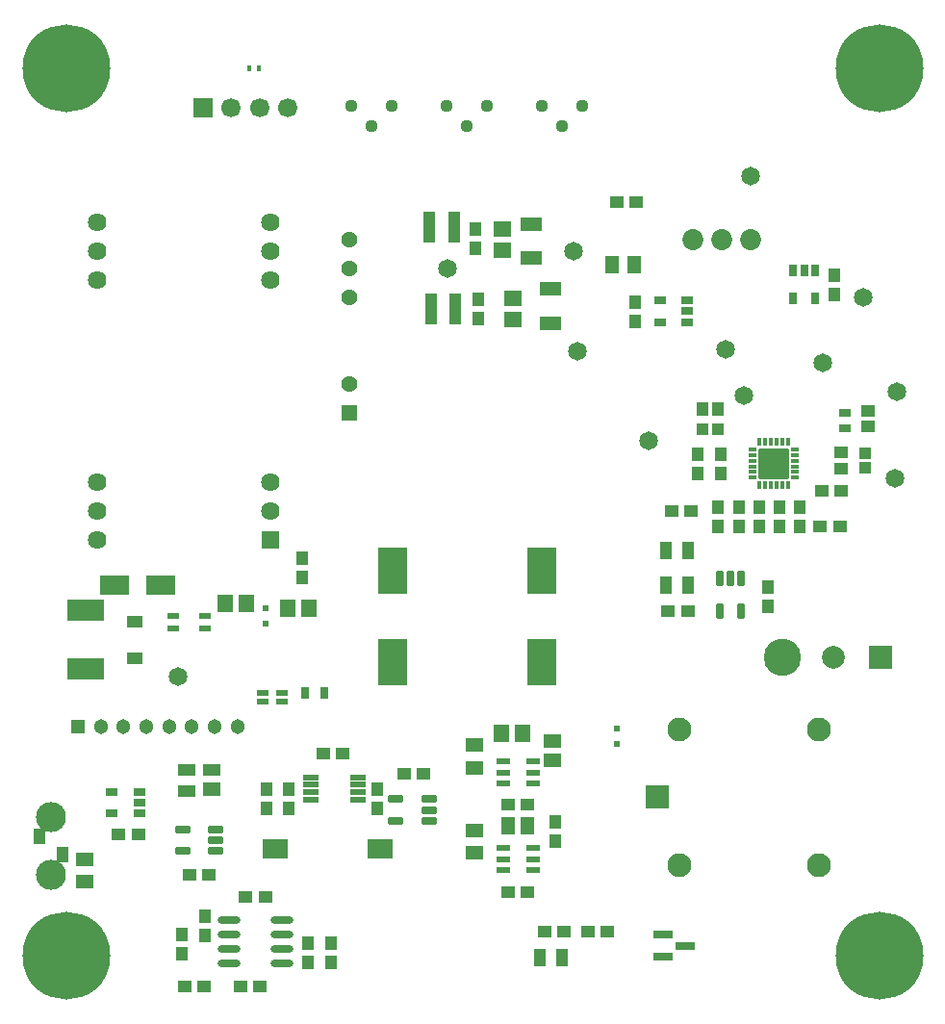
<source format=gbr>
%TF.GenerationSoftware,Altium Limited,Altium Designer,20.0.11 (256)*%
G04 Layer_Color=8388736*
%FSLAX26Y26*%
%MOIN*%
%TF.FileFunction,Soldermask,Top*%
%TF.Part,Single*%
G01*
G75*
%TA.AperFunction,SMDPad,CuDef*%
%ADD16R,0.048032X0.024409*%
%TA.AperFunction,ComponentPad*%
%ADD92C,0.051244*%
%ADD93R,0.051244X0.051244*%
%ADD94C,0.066598*%
%ADD95R,0.066598X0.066598*%
%ADD96C,0.064000*%
%ADD97R,0.064000X0.064000*%
%ADD98C,0.044000*%
%ADD99C,0.079000*%
%ADD100R,0.079000X0.079000*%
%ADD101C,0.129000*%
%ADD102C,0.304000*%
%ADD103C,0.082740*%
%ADD104R,0.082740X0.082740*%
%ADD105C,0.065024*%
%ADD106C,0.072898*%
%ADD107C,0.104000*%
%ADD108R,0.056283X0.056283*%
%ADD109C,0.056283*%
%TA.AperFunction,NonConductor*%
%ADD119R,0.040000X0.055000*%
%TA.AperFunction,SMDPad,CuDef*%
%ADD120R,0.019748X0.022898*%
%ADD121R,0.089827X0.066992*%
%ADD122R,0.090614X0.066992*%
%ADD123R,0.055181X0.063055*%
%ADD124R,0.061087X0.051244*%
G04:AMPARAMS|DCode=125|XSize=21.716mil|YSize=53.213mil|CornerRadius=3.949mil|HoleSize=0mil|Usage=FLASHONLY|Rotation=270.000|XOffset=0mil|YOffset=0mil|HoleType=Round|Shape=RoundedRectangle|*
%AMROUNDEDRECTD125*
21,1,0.021716,0.045315,0,0,270.0*
21,1,0.013819,0.053213,0,0,270.0*
1,1,0.007898,-0.022657,-0.006910*
1,1,0.007898,-0.022657,0.006910*
1,1,0.007898,0.022657,0.006910*
1,1,0.007898,0.022657,-0.006910*
%
%ADD125ROUNDEDRECTD125*%
%ADD126R,0.063055X0.055181*%
%ADD127R,0.047000X0.043000*%
%ADD128R,0.043370X0.047307*%
G04:AMPARAMS|DCode=129|XSize=13.842mil|YSize=27.622mil|CornerRadius=3.969mil|HoleSize=0mil|Usage=FLASHONLY|Rotation=180.000|XOffset=0mil|YOffset=0mil|HoleType=Round|Shape=RoundedRectangle|*
%AMROUNDEDRECTD129*
21,1,0.013842,0.019685,0,0,180.0*
21,1,0.005906,0.027622,0,0,180.0*
1,1,0.007937,-0.002953,0.009842*
1,1,0.007937,0.002953,0.009842*
1,1,0.007937,0.002953,-0.009842*
1,1,0.007937,-0.002953,-0.009842*
%
%ADD129ROUNDEDRECTD129*%
G04:AMPARAMS|DCode=130|XSize=13.842mil|YSize=27.622mil|CornerRadius=3.969mil|HoleSize=0mil|Usage=FLASHONLY|Rotation=270.000|XOffset=0mil|YOffset=0mil|HoleType=Round|Shape=RoundedRectangle|*
%AMROUNDEDRECTD130*
21,1,0.013842,0.019685,0,0,270.0*
21,1,0.005906,0.027622,0,0,270.0*
1,1,0.007937,-0.009842,-0.002953*
1,1,0.007937,-0.009842,0.002953*
1,1,0.007937,0.009842,0.002953*
1,1,0.007937,0.009842,-0.002953*
%
%ADD130ROUNDEDRECTD130*%
G04:AMPARAMS|DCode=131|XSize=106.362mil|YSize=106.362mil|CornerRadius=4.047mil|HoleSize=0mil|Usage=FLASHONLY|Rotation=180.000|XOffset=0mil|YOffset=0mil|HoleType=Round|Shape=RoundedRectangle|*
%AMROUNDEDRECTD131*
21,1,0.106362,0.098268,0,0,180.0*
21,1,0.098268,0.106362,0,0,180.0*
1,1,0.008094,-0.049134,0.049134*
1,1,0.008094,0.049134,0.049134*
1,1,0.008094,0.049134,-0.049134*
1,1,0.008094,-0.049134,-0.049134*
%
%ADD131ROUNDEDRECTD131*%
%ADD132R,0.102425X0.070929*%
%ADD133R,0.052032X0.039827*%
%ADD134R,0.128016X0.074079*%
%ADD135R,0.039433X0.019748*%
%ADD136R,0.039433X0.031559*%
%ADD137R,0.039433X0.043370*%
%ADD138R,0.074866X0.049276*%
%ADD139R,0.102425X0.161480*%
%ADD140R,0.059118X0.039433*%
%ADD141R,0.059118X0.047307*%
%ADD142R,0.043370X0.110299*%
%ADD143R,0.070929X0.027622*%
%ADD144R,0.043370X0.047307*%
%ADD145R,0.043764X0.061874*%
%ADD146R,0.016795X0.019748*%
%ADD147R,0.051244X0.061087*%
%ADD148R,0.043000X0.047000*%
%ADD149O,0.078803X0.027622*%
%ADD150R,0.031559X0.043370*%
%ADD151R,0.039433X0.019748*%
G04:AMPARAMS|DCode=152|XSize=29.591mil|YSize=51.244mil|CornerRadius=3.919mil|HoleSize=0mil|Usage=FLASHONLY|Rotation=270.000|XOffset=0mil|YOffset=0mil|HoleType=Round|Shape=RoundedRectangle|*
%AMROUNDEDRECTD152*
21,1,0.029591,0.043406,0,0,270.0*
21,1,0.021752,0.051244,0,0,270.0*
1,1,0.007839,-0.021703,-0.010876*
1,1,0.007839,-0.021703,0.010876*
1,1,0.007839,0.021703,0.010876*
1,1,0.007839,0.021703,-0.010876*
%
%ADD152ROUNDEDRECTD152*%
%ADD153R,0.031559X0.043370*%
%ADD154R,0.047307X0.043370*%
%ADD155R,0.043370X0.031559*%
G04:AMPARAMS|DCode=156|XSize=29.591mil|YSize=51.244mil|CornerRadius=3.919mil|HoleSize=0mil|Usage=FLASHONLY|Rotation=0.000|XOffset=0mil|YOffset=0mil|HoleType=Round|Shape=RoundedRectangle|*
%AMROUNDEDRECTD156*
21,1,0.029591,0.043406,0,0,0.0*
21,1,0.021752,0.051244,0,0,0.0*
1,1,0.007839,0.010876,-0.021703*
1,1,0.007839,-0.010876,-0.021703*
1,1,0.007839,-0.010876,0.021703*
1,1,0.007839,0.010876,0.021703*
%
%ADD156ROUNDEDRECTD156*%
%ADD157R,0.047307X0.043370*%
%ADD158R,0.043370X0.039433*%
D16*
X1810039Y877402D02*
D03*
Y840000D02*
D03*
Y802598D02*
D03*
X1706890Y840000D02*
D03*
Y877402D02*
D03*
Y802598D02*
D03*
X1810039Y502598D02*
D03*
Y540000D02*
D03*
Y577402D02*
D03*
X1706890D02*
D03*
Y540000D02*
D03*
Y502598D02*
D03*
D92*
X629212Y1000000D02*
D03*
X550472D02*
D03*
X786693D02*
D03*
X707953D02*
D03*
X314252D02*
D03*
X471732D02*
D03*
X392992D02*
D03*
D93*
X235512D02*
D03*
D94*
X962305Y3143305D02*
D03*
X765454D02*
D03*
X863880D02*
D03*
D95*
X667029D02*
D03*
D96*
X900000Y2645000D02*
D03*
Y2745000D02*
D03*
Y2545000D02*
D03*
X300000Y2645000D02*
D03*
X900000Y1845000D02*
D03*
Y1745000D02*
D03*
X300000Y2745000D02*
D03*
Y1845000D02*
D03*
Y2545000D02*
D03*
Y1745000D02*
D03*
Y1645000D02*
D03*
D97*
X900000D02*
D03*
D98*
X1980000Y3150000D02*
D03*
X1840000D02*
D03*
X1910000Y3080000D02*
D03*
X1510000Y3150000D02*
D03*
X1580000Y3080000D02*
D03*
X1650000Y3150000D02*
D03*
X1180000D02*
D03*
X1250000Y3080000D02*
D03*
X1320000Y3150000D02*
D03*
D99*
X2851636Y1240000D02*
D03*
D100*
X3014628D02*
D03*
D101*
X2676632D02*
D03*
D102*
X195000Y205000D02*
D03*
Y3280000D02*
D03*
X3010000D02*
D03*
Y205000D02*
D03*
D103*
X2800000Y990000D02*
D03*
Y517559D02*
D03*
X2319685Y990000D02*
D03*
Y517559D02*
D03*
D104*
X2240945Y753779D02*
D03*
D105*
X2815768Y2260000D02*
D03*
X2955000Y2485000D02*
D03*
X2540000Y2145000D02*
D03*
X3070000Y2160000D02*
D03*
X3065000Y1860000D02*
D03*
X580000Y1171000D02*
D03*
X2565000Y2905000D02*
D03*
X2479571Y2305000D02*
D03*
X2210000Y1990000D02*
D03*
X1950000Y2645000D02*
D03*
X1965000Y2300000D02*
D03*
X1515000Y2585000D02*
D03*
D106*
X2465000Y2685000D02*
D03*
X2365000D02*
D03*
X2565000D02*
D03*
D107*
X141000Y686000D02*
D03*
Y486000D02*
D03*
D108*
X1175000Y2085000D02*
D03*
D109*
Y2185000D02*
D03*
Y2585000D02*
D03*
Y2685000D02*
D03*
Y2485000D02*
D03*
D119*
X101000Y618500D02*
D03*
X181000Y553500D02*
D03*
D120*
X885000Y1355138D02*
D03*
Y1407106D02*
D03*
X2100000Y990984D02*
D03*
Y939016D02*
D03*
D121*
X1280906Y575000D02*
D03*
D122*
X919095D02*
D03*
D123*
X1034803Y1408622D02*
D03*
X960000D02*
D03*
X1775866Y975000D02*
D03*
X1701063D02*
D03*
X819803Y1425748D02*
D03*
X745000D02*
D03*
D124*
X1878465Y948465D02*
D03*
Y881535D02*
D03*
X1608465Y639370D02*
D03*
Y560630D02*
D03*
Y934370D02*
D03*
Y855630D02*
D03*
X257599Y539370D02*
D03*
Y460630D02*
D03*
D125*
X1205158Y797795D02*
D03*
Y823386D02*
D03*
Y746614D02*
D03*
Y772205D02*
D03*
X1041772Y823386D02*
D03*
Y772205D02*
D03*
Y797795D02*
D03*
Y746614D02*
D03*
D126*
X1705000Y2722402D02*
D03*
Y2647599D02*
D03*
X1740000Y2482402D02*
D03*
Y2407599D02*
D03*
D127*
X2878500Y1815000D02*
D03*
X2811500D02*
D03*
X863779Y100000D02*
D03*
X796850D02*
D03*
X605000D02*
D03*
X671929D02*
D03*
X2806535Y1691535D02*
D03*
X2873465D02*
D03*
X2291535Y1745000D02*
D03*
X2358465D02*
D03*
X2001535Y290000D02*
D03*
X2068465D02*
D03*
X2279879Y1396929D02*
D03*
X2346808D02*
D03*
X1917465Y290000D02*
D03*
X1850535D02*
D03*
X2168246Y2815000D02*
D03*
X2101317D02*
D03*
D128*
X2452559Y2100000D02*
D03*
X2397441D02*
D03*
D129*
X2694213Y1984803D02*
D03*
X2654843D02*
D03*
X2674528D02*
D03*
X2635157D02*
D03*
X2694213Y1835197D02*
D03*
X2654843D02*
D03*
X2674528D02*
D03*
X2635157D02*
D03*
X2615472Y1984803D02*
D03*
X2595787D02*
D03*
Y1835197D02*
D03*
X2615472D02*
D03*
D130*
X2719803Y1959213D02*
D03*
Y1919842D02*
D03*
Y1900158D02*
D03*
Y1939528D02*
D03*
Y1880472D02*
D03*
Y1860787D02*
D03*
X2570197Y1959213D02*
D03*
Y1919842D02*
D03*
Y1900158D02*
D03*
Y1939528D02*
D03*
Y1880472D02*
D03*
Y1860787D02*
D03*
D131*
X2645000Y1910000D02*
D03*
D132*
X520315Y1488740D02*
D03*
X362835D02*
D03*
D133*
X433000Y1363370D02*
D03*
Y1234630D02*
D03*
D134*
X260000Y1402953D02*
D03*
Y1197047D02*
D03*
D135*
X675118Y1382638D02*
D03*
Y1337362D02*
D03*
X564882Y1382638D02*
D03*
Y1337362D02*
D03*
D136*
X2890000Y2086437D02*
D03*
Y2031319D02*
D03*
D137*
X2450590Y2030000D02*
D03*
X2399409D02*
D03*
D138*
X1870000Y2514055D02*
D03*
Y2395945D02*
D03*
X1805000Y2620945D02*
D03*
Y2739055D02*
D03*
D139*
X1840000Y1537480D02*
D03*
Y1222520D02*
D03*
X1325000Y1537480D02*
D03*
Y1222520D02*
D03*
D140*
X697307Y848402D02*
D03*
X610693D02*
D03*
Y773598D02*
D03*
D141*
X697307Y781472D02*
D03*
D142*
X1543307Y2445000D02*
D03*
X1456693D02*
D03*
X1538307Y2730000D02*
D03*
X1451693D02*
D03*
D143*
X2339370Y240000D02*
D03*
X2260630Y202599D02*
D03*
Y277402D02*
D03*
D144*
X2165000Y2468465D02*
D03*
Y2401535D02*
D03*
X2855000Y2563465D02*
D03*
Y2496535D02*
D03*
X1010000Y1582480D02*
D03*
Y1515551D02*
D03*
X1610000Y2723465D02*
D03*
Y2656535D02*
D03*
X888465Y716535D02*
D03*
Y783465D02*
D03*
X2380000Y1876535D02*
D03*
Y1943465D02*
D03*
X2460000Y1876535D02*
D03*
Y1943465D02*
D03*
X2625000Y1416535D02*
D03*
Y1483465D02*
D03*
X1620000Y2478465D02*
D03*
Y2411535D02*
D03*
D145*
X2348583Y1610000D02*
D03*
X2271417D02*
D03*
X1912583Y200000D02*
D03*
X1835417D02*
D03*
X2271417Y1490000D02*
D03*
X2348583D02*
D03*
D146*
X862449Y3277000D02*
D03*
X828000D02*
D03*
D147*
X2162564Y2600000D02*
D03*
X2083824D02*
D03*
X1725000Y655000D02*
D03*
X1791929D02*
D03*
D148*
X595000Y278465D02*
D03*
Y211536D02*
D03*
X1110000Y248464D02*
D03*
Y181535D02*
D03*
X1030000Y181536D02*
D03*
Y248465D02*
D03*
X1888465Y668465D02*
D03*
Y601535D02*
D03*
X963465Y716535D02*
D03*
Y783465D02*
D03*
X2735000Y1758465D02*
D03*
Y1691535D02*
D03*
X2665157Y1758465D02*
D03*
Y1691535D02*
D03*
X2595000Y1758465D02*
D03*
Y1691535D02*
D03*
X2525000Y1758465D02*
D03*
Y1691535D02*
D03*
X1270276Y780472D02*
D03*
Y713543D02*
D03*
X2450000Y1758465D02*
D03*
Y1691535D02*
D03*
X675000Y276535D02*
D03*
Y343464D02*
D03*
D149*
X942520Y330000D02*
D03*
Y230000D02*
D03*
Y280000D02*
D03*
Y180000D02*
D03*
X757480Y330000D02*
D03*
Y280000D02*
D03*
Y230000D02*
D03*
Y180000D02*
D03*
D150*
X1086929Y1115748D02*
D03*
X1020000D02*
D03*
D151*
X941630D02*
D03*
Y1084252D02*
D03*
X874701Y1115748D02*
D03*
Y1084252D02*
D03*
D152*
X713071Y605000D02*
D03*
Y642402D02*
D03*
Y567598D02*
D03*
X596929Y642402D02*
D03*
Y567598D02*
D03*
X1335394Y672598D02*
D03*
Y747402D02*
D03*
X1451535D02*
D03*
Y710000D02*
D03*
Y672598D02*
D03*
D153*
X2787402Y2577244D02*
D03*
X2750000D02*
D03*
X2712599D02*
D03*
X2787402Y2482756D02*
D03*
X2712599D02*
D03*
D154*
X443464Y626500D02*
D03*
X376535D02*
D03*
X1725000Y730000D02*
D03*
X1791929D02*
D03*
X1725000Y425000D02*
D03*
X1791929D02*
D03*
X1365000Y835000D02*
D03*
X1431929D02*
D03*
X1085000Y905000D02*
D03*
X1151929D02*
D03*
X688465Y485000D02*
D03*
X621535D02*
D03*
X816535Y410000D02*
D03*
X883465D02*
D03*
D155*
X447244Y697321D02*
D03*
Y734723D02*
D03*
Y772124D02*
D03*
X352756Y697321D02*
D03*
Y772124D02*
D03*
X2345000Y2400000D02*
D03*
Y2437402D02*
D03*
Y2474803D02*
D03*
X2250512Y2400000D02*
D03*
Y2474803D02*
D03*
D156*
X2532402Y1396929D02*
D03*
X2457599D02*
D03*
Y1513071D02*
D03*
X2495000D02*
D03*
X2532402D02*
D03*
D157*
X2878500Y1947402D02*
D03*
Y1892284D02*
D03*
X2970000Y2092559D02*
D03*
Y2037441D02*
D03*
D158*
X2960000Y1894409D02*
D03*
Y1945591D02*
D03*
%TF.MD5,ac239c1d32444a63d962519ae6e946b2*%
M02*

</source>
